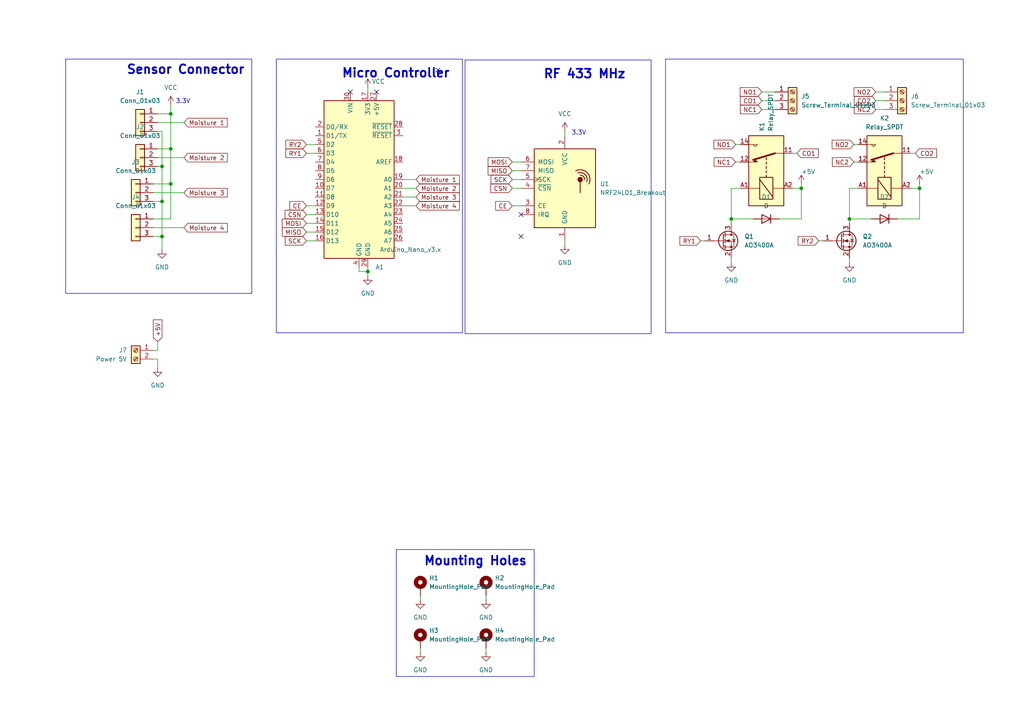
<source format=kicad_sch>
(kicad_sch (version 20231120) (generator "eeschema") (generator_version "8.0")
  (paper "A4")
  (lib_symbols
    (symbol "Connector:Screw_Terminal_01x02" (pin_names (offset 1.016) hide)
      (property "Reference" "J" (at 0 2.54 0))
      (property "Value" "Screw_Terminal_01x02" (at 0 -5.08 0))
      (symbol "Screw_Terminal_01x02_1_1"
        (rectangle (start -1.27 1.27) (end 1.27 -3.81) (stroke (width 0.254)) (fill (type background)))
        (circle (center 0 -2.54) (radius 0.635) (stroke (width 0.1524)))
        (polyline (pts (xy -0.5334 -2.2098) (xy 0.3302 -3.048)) (stroke (width 0.1524)))
        (polyline (pts (xy -0.5334 0.3302) (xy 0.3302 -0.508)) (stroke (width 0.1524)))
        (polyline (pts (xy -0.3556 -2.032) (xy 0.508 -2.8702)) (stroke (width 0.1524)))
        (polyline (pts (xy -0.3556 0.508) (xy 0.508 -0.3302)) (stroke (width 0.1524)))
        (circle (center 0 0) (radius 0.635) (stroke (width 0.1524)))
        (pin passive line (at -5.08 0 0) (length 3.81) (name "Pin_1") (number "1"))
        (pin passive line (at -5.08 -2.54 0) (length 3.81) (name "Pin_2") (number "2"))
      )
    )
    (symbol "Connector:Screw_Terminal_01x03" (pin_names (offset 1.016) hide)
      (property "Reference" "J" (at 0 5.08 0))
      (property "Value" "Screw_Terminal_01x03" (at 0 -5.08 0))
      (symbol "Screw_Terminal_01x03_1_1"
        (rectangle (start -1.27 3.81) (end 1.27 -3.81) (stroke (width 0.254)) (fill (type background)))
        (circle (center 0 -2.54) (radius 0.635) (stroke (width 0.1524)))
        (polyline (pts (xy -0.5334 -2.2098) (xy 0.3302 -3.048)) (stroke (width 0.1524)))
        (polyline (pts (xy -0.5334 0.3302) (xy 0.3302 -0.508)) (stroke (width 0.1524)))
        (polyline (pts (xy -0.5334 2.8702) (xy 0.3302 2.032)) (stroke (width 0.1524)))
        (polyline (pts (xy -0.3556 -2.032) (xy 0.508 -2.8702)) (stroke (width 0.1524)))
        (polyline (pts (xy -0.3556 0.508) (xy 0.508 -0.3302)) (stroke (width 0.1524)))
        (polyline (pts (xy -0.3556 3.048) (xy 0.508 2.2098)) (stroke (width 0.1524)))
        (circle (center 0 0) (radius 0.635) (stroke (width 0.1524)))
        (circle (center 0 2.54) (radius 0.635) (stroke (width 0.1524)))
        (pin passive line (at -5.08 2.54 0) (length 3.81) (name "Pin_1") (number "1"))
        (pin passive line (at -5.08 0 0) (length 3.81) (name "Pin_2") (number "2"))
        (pin passive line (at -5.08 -2.54 0) (length 3.81) (name "Pin_3") (number "3"))
      )
    )
    (symbol "Connector_Generic:Conn_01x03" (pin_names (offset 1.016) hide)
      (property "Reference" "J" (at 0 5.08 0))
      (property "Value" "Conn_01x03" (at 0 -5.08 0))
      (symbol "Conn_01x03_1_1"
        (rectangle (start -1.27 -2.413) (end 0 -2.667) (stroke (width 0.1524)))
        (rectangle (start -1.27 0.127) (end 0 -0.127) (stroke (width 0.1524)))
        (rectangle (start -1.27 2.667) (end 0 2.413) (stroke (width 0.1524)))
        (rectangle (start -1.27 3.81) (end 1.27 -3.81) (stroke (width 0.254)) (fill (type background)))
        (pin passive line (at -5.08 2.54 0) (length 3.81) (name "Pin_1") (number "1"))
        (pin passive line (at -5.08 0 0) (length 3.81) (name "Pin_2") (number "2"))
        (pin passive line (at -5.08 -2.54 0) (length 3.81) (name "Pin_3") (number "3"))
      )
    )
    (symbol "Device:D" (pin_numbers hide) (pin_names (offset 1.016) hide)
      (property "Reference" "D" (at 0 2.54 0))
      (property "Value" "D" (at 0 -2.54 0))
      (symbol "D_0_1"
        (polyline (pts (xy -1.27 1.27) (xy -1.27 -1.27)) (stroke (width 0.254)))
        (polyline (pts (xy 1.27 0) (xy -1.27 0)))
        (polyline (pts (xy 1.27 1.27) (xy 1.27 -1.27) (xy -1.27 0) (xy 1.27 1.27)) (stroke (width 0.254)))
      )
      (symbol "D_1_1"
        (pin passive line (at -3.81 0 0) (length 2.54) (name "K") (number "1"))
        (pin passive line (at 3.81 0 180) (length 2.54) (name "A") (number "2"))
      )
    )
    (symbol "MCU_Module:Arduino_Nano_v3.x"
      (property "Reference" "A" (at -10.16 23.495 0))
      (property "Value" "Arduino_Nano_v3.x" (at 5.08 -24.13 0))
      (symbol "Arduino_Nano_v3.x_0_1"
        (rectangle (start -10.16 22.86) (end 10.16 -22.86) (stroke (width 0.254)) (fill (type background)))
      )
      (symbol "Arduino_Nano_v3.x_1_1"
        (pin bidirectional line (at -12.7 12.7 0) (length 2.54) (name "D1/TX") (number "1"))
        (pin bidirectional line (at -12.7 -2.54 0) (length 2.54) (name "D7") (number "10"))
        (pin bidirectional line (at -12.7 -5.08 0) (length 2.54) (name "D8") (number "11"))
        (pin bidirectional line (at -12.7 -7.62 0) (length 2.54) (name "D9") (number "12"))
        (pin bidirectional line (at -12.7 -10.16 0) (length 2.54) (name "D10") (number "13"))
        (pin bidirectional line (at -12.7 -12.7 0) (length 2.54) (name "D11") (number "14"))
        (pin bidirectional line (at -12.7 -15.24 0) (length 2.54) (name "D12") (number "15"))
        (pin bidirectional line (at -12.7 -17.78 0) (length 2.54) (name "D13") (number "16"))
        (pin power_out line (at 2.54 25.4 270) (length 2.54) (name "3V3") (number "17"))
        (pin input line (at 12.7 5.08 180) (length 2.54) (name "AREF") (number "18"))
        (pin bidirectional line (at 12.7 0 180) (length 2.54) (name "A0") (number "19"))
        (pin bidirectional line (at -12.7 15.24 0) (length 2.54) (name "D0/RX") (number "2"))
        (pin bidirectional line (at 12.7 -2.54 180) (length 2.54) (name "A1") (number "20"))
        (pin bidirectional line (at 12.7 -5.08 180) (length 2.54) (name "A2") (number "21"))
        (pin bidirectional line (at 12.7 -7.62 180) (length 2.54) (name "A3") (number "22"))
        (pin bidirectional line (at 12.7 -10.16 180) (length 2.54) (name "A4") (number "23"))
        (pin bidirectional line (at 12.7 -12.7 180) (length 2.54) (name "A5") (number "24"))
        (pin bidirectional line (at 12.7 -15.24 180) (length 2.54) (name "A6") (number "25"))
        (pin bidirectional line (at 12.7 -17.78 180) (length 2.54) (name "A7") (number "26"))
        (pin power_out line (at 5.08 25.4 270) (length 2.54) (name "+5V") (number "27"))
        (pin input line (at 12.7 15.24 180) (length 2.54) (name "~{RESET}") (number "28"))
        (pin power_in line (at 2.54 -25.4 90) (length 2.54) (name "GND") (number "29"))
        (pin input line (at 12.7 12.7 180) (length 2.54) (name "~{RESET}") (number "3"))
        (pin power_in line (at -2.54 25.4 270) (length 2.54) (name "VIN") (number "30"))
        (pin power_in line (at 0 -25.4 90) (length 2.54) (name "GND") (number "4"))
        (pin bidirectional line (at -12.7 10.16 0) (length 2.54) (name "D2") (number "5"))
        (pin bidirectional line (at -12.7 7.62 0) (length 2.54) (name "D3") (number "6"))
        (pin bidirectional line (at -12.7 5.08 0) (length 2.54) (name "D4") (number "7"))
        (pin bidirectional line (at -12.7 2.54 0) (length 2.54) (name "D5") (number "8"))
        (pin bidirectional line (at -12.7 0 0) (length 2.54) (name "D6") (number "9"))
      )
    )
    (symbol "Mechanical:MountingHole_Pad" (pin_numbers hide) (pin_names (offset 1.016) hide) (exclude_from_sim yes) (in_bom no)
      (property "Reference" "H" (at 0 6.35 0))
      (property "Value" "MountingHole_Pad" (at 0 4.445 0))
      (symbol "MountingHole_Pad_0_1"
        (circle (center 0 1.27) (radius 1.27) (stroke (width 1.27)))
      )
      (symbol "MountingHole_Pad_1_1"
        (pin input line (at 0 -2.54 90) (length 2.54) (name "1") (number "1"))
      )
    )
    (symbol "RF:NRF24L01_Breakout" (pin_names (offset 1.016))
      (property "Reference" "U" (at -8.89 12.7 0))
      (property "Value" "NRF24L01_Breakout" (at 3.81 12.7 0))
      (symbol "NRF24L01_Breakout_0_1"
        (rectangle (start -8.89 11.43) (end 8.89 -11.43) (stroke (width 0.254)) (fill (type background)))
        (polyline (pts (xy 4.445 1.905) (xy 4.445 -1.27)) (stroke (width 0.254)))
        (circle (center 4.445 2.54) (radius 0.635) (stroke (width 0.254)) (fill (type outline)))
        (arc (start 5.715 2.54) (mid 5.3521 3.4546) (end 4.445 3.81) (stroke (width 0.254)))
        (arc (start 6.35 1.905) (mid 5.8763 3.9854) (end 3.81 4.445) (stroke (width 0.254)))
        (arc (start 6.985 1.27) (mid 6.453 4.548) (end 3.175 5.08) (stroke (width 0.254)))
      )
      (symbol "NRF24L01_Breakout_1_1"
        (pin power_in line (at 0 -15.24 90) (length 3.81) (name "GND") (number "1"))
        (pin power_in line (at 0 15.24 270) (length 3.81) (name "VCC") (number "2"))
        (pin input line (at -12.7 -5.08 0) (length 3.81) (name "CE") (number "3"))
        (pin input line (at -12.7 0 0) (length 3.81) (name "~{CSN}") (number "4"))
        (pin input clock (at -12.7 2.54 0) (length 3.81) (name "SCK") (number "5"))
        (pin input line (at -12.7 7.62 0) (length 3.81) (name "MOSI") (number "6"))
        (pin output line (at -12.7 5.08 0) (length 3.81) (name "MISO") (number "7"))
        (pin output line (at -12.7 -7.62 0) (length 3.81) (name "IRQ") (number "8"))
      )
    )
    (symbol "Relay:Relay_SPDT"
      (property "Reference" "K" (at 11.43 3.81 0))
      (property "Value" "Relay_SPDT" (at 11.43 1.27 0))
      (symbol "Relay_SPDT_0_0"
        (polyline (pts (xy 7.62 5.08) (xy 7.62 2.54) (xy 6.985 3.175) (xy 7.62 3.81)))
      )
      (symbol "Relay_SPDT_0_1"
        (rectangle (start -10.16 5.08) (end 10.16 -5.08) (stroke (width 0.254)) (fill (type background)))
        (rectangle (start -8.255 1.905) (end -1.905 -1.905) (stroke (width 0.254)))
        (polyline (pts (xy -7.62 -1.905) (xy -2.54 1.905)) (stroke (width 0.254)))
        (polyline (pts (xy -5.08 -5.08) (xy -5.08 -1.905)))
        (polyline (pts (xy -5.08 5.08) (xy -5.08 1.905)))
        (polyline (pts (xy -1.905 0) (xy -1.27 0)) (stroke (width 0.254)))
        (polyline (pts (xy -0.635 0) (xy 0 0)) (stroke (width 0.254)))
        (polyline (pts (xy 0.635 0) (xy 1.27 0)) (stroke (width 0.254)))
        (polyline (pts (xy 1.905 0) (xy 2.54 0)) (stroke (width 0.254)))
        (polyline (pts (xy 3.175 0) (xy 3.81 0)) (stroke (width 0.254)))
        (polyline (pts (xy 5.08 -2.54) (xy 3.175 3.81)) (stroke (width 0.508)))
        (polyline (pts (xy 5.08 -2.54) (xy 5.08 -5.08)))
        (polyline (pts (xy 2.54 5.08) (xy 2.54 2.54) (xy 3.175 3.175) (xy 2.54 3.81)) (fill (type outline)))
      )
      (symbol "Relay_SPDT_1_1"
        (pin passive line (at 5.08 -7.62 90) (length 2.54) (name "~") (number "11"))
        (pin passive line (at 2.54 7.62 270) (length 2.54) (name "~") (number "12"))
        (pin passive line (at 7.62 7.62 270) (length 2.54) (name "~") (number "14"))
        (pin passive line (at -5.08 7.62 270) (length 2.54) (name "~") (number "A1"))
        (pin passive line (at -5.08 -7.62 90) (length 2.54) (name "~") (number "A2"))
      )
    )
    (symbol "Transistor_FET:AO3400A" (pin_names hide)
      (property "Reference" "Q" (at 5.08 1.905 0))
      (property "Value" "AO3400A" (at 5.08 0 0))
      (symbol "AO3400A_0_1"
        (polyline (pts (xy 0.254 0) (xy -2.54 0)))
        (polyline (pts (xy 0.254 1.905) (xy 0.254 -1.905)) (stroke (width 0.254)))
        (polyline (pts (xy 0.762 -1.27) (xy 0.762 -2.286)) (stroke (width 0.254)))
        (polyline (pts (xy 0.762 0.508) (xy 0.762 -0.508)) (stroke (width 0.254)))
        (polyline (pts (xy 0.762 2.286) (xy 0.762 1.27)) (stroke (width 0.254)))
        (polyline (pts (xy 2.54 2.54) (xy 2.54 1.778)))
        (polyline (pts (xy 2.54 -2.54) (xy 2.54 0) (xy 0.762 0)))
        (polyline (pts (xy 0.762 -1.778) (xy 3.302 -1.778) (xy 3.302 1.778) (xy 0.762 1.778)))
        (polyline (pts (xy 1.016 0) (xy 2.032 0.381) (xy 2.032 -0.381) (xy 1.016 0)) (fill (type outline)))
        (polyline (pts (xy 2.794 0.508) (xy 2.921 0.381) (xy 3.683 0.381) (xy 3.81 0.254)))
        (polyline (pts (xy 3.302 0.381) (xy 2.921 -0.254) (xy 3.683 -0.254) (xy 3.302 0.381)))
        (circle (center 1.651 0) (radius 2.794) (stroke (width 0.254)))
        (circle (center 2.54 -1.778) (radius 0.254) (fill (type outline)))
        (circle (center 2.54 1.778) (radius 0.254) (fill (type outline)))
      )
      (symbol "AO3400A_1_1"
        (pin input line (at -5.08 0 0) (length 2.54) (name "G") (number "1"))
        (pin passive line (at 2.54 -5.08 90) (length 2.54) (name "S") (number "2"))
        (pin passive line (at 2.54 5.08 270) (length 2.54) (name "D") (number "3"))
      )
    )
    (symbol "power:+5V" (power) (pin_numbers hide) (pin_names (offset 0) hide)
      (property "Value" "+5V" (at 0 3.556 0))
      (symbol "+5V_0_1"
        (polyline (pts (xy -0.762 1.27) (xy 0 2.54)))
        (polyline (pts (xy 0 0) (xy 0 2.54)))
        (polyline (pts (xy 0 2.54) (xy 0.762 1.27)))
      )
      (symbol "+5V_1_1"
        (pin power_in line (at 0 0 90) (length 0) (name "~") (number "1"))
      )
    )
    (symbol "power:GND" (power) (pin_numbers hide) (pin_names (offset 0) hide)
      (property "Value" "GND" (at 0 -3.81 0))
      (symbol "GND_0_1"
        (polyline (pts (xy 0 0) (xy 0 -1.27) (xy 1.27 -1.27) (xy 0 -2.54) (xy -1.27 -1.27) (xy 0 -1.27)))
      )
      (symbol "GND_1_1"
        (pin power_in line (at 0 0 270) (length 0) (name "~") (number "1"))
      )
    )
    (symbol "power:VCC" (power) (pin_numbers hide) (pin_names (offset 0) hide)
      (property "Value" "VCC" (at 0 3.556 0))
      (symbol "VCC_0_1"
        (polyline (pts (xy -0.762 1.27) (xy 0 2.54)))
        (polyline (pts (xy 0 0) (xy 0 2.54)))
        (polyline (pts (xy 0 2.54) (xy 0.762 1.27)))
      )
      (symbol "VCC_1_1"
        (pin power_in line (at 0 0 90) (length 0) (name "~") (number "1"))
      )
    )
  )
  (junction (at 46.99 58.42))
  (junction (at 212.09 63.5))
  (junction (at 46.99 68.58))
  (junction (at 232.41 54.61))
  (junction (at 49.53 53.34))
  (junction (at 246.38 63.5))
  (junction (at 106.68 78.74))
  (junction (at 49.53 43.18))
  (junction (at 266.7 54.61))
  (junction (at 46.99 48.26))
  (junction (at 49.53 33.02))
  (no_connect (at 109.22 26.67))
  (no_connect (at 151.13 62.23))
  (no_connect (at 101.6 26.67))
  (no_connect (at 151.13 68.58))
  (no_connect (at 127 20.32))
  (wire (pts (xy 44.45 68.58) (xy 46.99 68.58)))
  (wire (pts (xy 254 26.67) (xy 256.54 26.67)))
  (wire (pts (xy 212.09 54.61) (xy 214.63 54.61)))
  (wire (pts (xy 46.99 68.58) (xy 46.99 72.39)))
  (wire (pts (xy 104.14 77.47) (xy 104.14 78.74)))
  (wire (pts (xy 212.09 54.61) (xy 212.09 63.5)))
  (wire (pts (xy 120.65 54.61) (xy 116.84 54.61)))
  (wire (pts (xy 120.65 57.15) (xy 116.84 57.15)))
  (wire (pts (xy 212.09 74.93) (xy 212.09 76.2)))
  (wire (pts (xy 121.92 173.99) (xy 121.92 172.72)))
  (wire (pts (xy 44.45 63.5) (xy 49.53 63.5)))
  (wire (pts (xy 45.72 33.02) (xy 49.53 33.02)))
  (wire (pts (xy 140.97 173.99) (xy 140.97 172.72)))
  (wire (pts (xy 88.9 67.31) (xy 91.44 67.31)))
  (wire (pts (xy 246.38 54.61) (xy 246.38 63.5)))
  (wire (pts (xy 45.72 48.26) (xy 46.99 48.26)))
  (wire (pts (xy 220.98 31.75) (xy 224.79 31.75)))
  (wire (pts (xy 44.45 66.04) (xy 53.34 66.04)))
  (wire (pts (xy 220.98 26.67) (xy 224.79 26.67)))
  (wire (pts (xy 49.53 53.34) (xy 49.53 43.18)))
  (wire (pts (xy 266.7 54.61) (xy 264.16 54.61)))
  (wire (pts (xy 46.99 58.42) (xy 46.99 68.58)))
  (wire (pts (xy 49.53 63.5) (xy 49.53 53.34)))
  (wire (pts (xy 46.99 38.1) (xy 46.99 48.26)))
  (wire (pts (xy 44.45 101.6) (xy 45.72 101.6)))
  (wire (pts (xy 248.92 54.61) (xy 246.38 54.61)))
  (wire (pts (xy 232.41 63.5) (xy 232.41 54.61)))
  (wire (pts (xy 120.65 59.69) (xy 116.84 59.69)))
  (wire (pts (xy 232.41 53.34) (xy 232.41 54.61)))
  (wire (pts (xy 148.59 54.61) (xy 151.13 54.61)))
  (wire (pts (xy 49.53 43.18) (xy 49.53 33.02)))
  (wire (pts (xy 88.9 64.77) (xy 91.44 64.77)))
  (wire (pts (xy 247.65 41.91) (xy 248.92 41.91)))
  (wire (pts (xy 88.9 44.45) (xy 91.44 44.45)))
  (wire (pts (xy 246.38 63.5) (xy 252.73 63.5)))
  (wire (pts (xy 212.09 63.5) (xy 218.44 63.5)))
  (wire (pts (xy 104.14 78.74) (xy 106.68 78.74)))
  (wire (pts (xy 213.36 41.91) (xy 214.63 41.91)))
  (wire (pts (xy 45.72 104.14) (xy 45.72 106.68)))
  (wire (pts (xy 45.72 43.18) (xy 49.53 43.18)))
  (wire (pts (xy 148.59 46.99) (xy 151.13 46.99)))
  (wire (pts (xy 148.59 59.69) (xy 151.13 59.69)))
  (wire (pts (xy 45.72 35.56) (xy 53.34 35.56)))
  (wire (pts (xy 44.45 104.14) (xy 45.72 104.14)))
  (wire (pts (xy 49.53 33.02) (xy 49.53 30.48)))
  (wire (pts (xy 148.59 49.53) (xy 151.13 49.53)))
  (wire (pts (xy 220.98 29.21) (xy 224.79 29.21)))
  (wire (pts (xy 246.38 74.93) (xy 246.38 76.2)))
  (wire (pts (xy 260.35 63.5) (xy 266.7 63.5)))
  (wire (pts (xy 254 29.21) (xy 256.54 29.21)))
  (wire (pts (xy 212.09 63.5) (xy 212.09 64.77)))
  (wire (pts (xy 120.65 52.07) (xy 116.84 52.07)))
  (wire (pts (xy 246.38 63.5) (xy 246.38 64.77)))
  (wire (pts (xy 44.45 55.88) (xy 53.34 55.88)))
  (wire (pts (xy 106.68 77.47) (xy 106.68 78.74)))
  (wire (pts (xy 266.7 53.34) (xy 266.7 54.61)))
  (wire (pts (xy 247.65 46.99) (xy 248.92 46.99)))
  (wire (pts (xy 45.72 38.1) (xy 46.99 38.1)))
  (wire (pts (xy 163.83 69.85) (xy 163.83 71.12)))
  (wire (pts (xy 266.7 63.5) (xy 266.7 54.61)))
  (wire (pts (xy 226.06 63.5) (xy 232.41 63.5)))
  (wire (pts (xy 45.72 45.72) (xy 53.34 45.72)))
  (wire (pts (xy 46.99 48.26) (xy 46.99 58.42)))
  (wire (pts (xy 203.2 69.85) (xy 204.47 69.85)))
  (wire (pts (xy 88.9 41.91) (xy 91.44 41.91)))
  (wire (pts (xy 44.45 53.34) (xy 49.53 53.34)))
  (wire (pts (xy 163.83 38.1) (xy 163.83 39.37)))
  (wire (pts (xy 237.49 69.85) (xy 238.76 69.85)))
  (wire (pts (xy 231.14 44.45) (xy 229.87 44.45)))
  (wire (pts (xy 213.36 46.99) (xy 214.63 46.99)))
  (wire (pts (xy 148.59 52.07) (xy 151.13 52.07)))
  (wire (pts (xy 44.45 58.42) (xy 46.99 58.42)))
  (wire (pts (xy 254 31.75) (xy 256.54 31.75)))
  (wire (pts (xy 88.9 59.69) (xy 91.44 59.69)))
  (wire (pts (xy 140.97 189.23) (xy 140.97 187.96)))
  (wire (pts (xy 232.41 54.61) (xy 229.87 54.61)))
  (wire (pts (xy 121.92 189.23) (xy 121.92 187.96)))
  (wire (pts (xy 45.72 99.06) (xy 45.72 101.6)))
  (wire (pts (xy 106.68 25.4) (xy 106.68 26.67)))
  (wire (pts (xy 88.9 69.85) (xy 91.44 69.85)))
  (wire (pts (xy 265.43 44.45) (xy 264.16 44.45)))
  (wire (pts (xy 106.68 78.74) (xy 106.68 80.01)))
  (wire (pts (xy 88.9 62.23) (xy 91.44 62.23)))
  (rectangle (start 19.05 17.145) (end 73.025 85.09))
  (rectangle (start 134.874 17.399) (end 188.849 96.774))
  (rectangle (start 114.935 159.385) (end 154.94 196.215))
  (rectangle (start 193.04 17.145) (end 279.4 96.52))
  (rectangle (start 80.137 17.145) (end 134.112 96.52))
  (text "Sensor Connector" (at 53.848 20.32 0) (effects (font (size 2.54 2.54) (bold yes))))
  (text "RF 433 MHz" (at 169.545 21.59 0) (effects (font (size 2.54 2.54) (bold yes))))
  (text "Mounting Holes" (at 137.922 162.814 0) (effects (font (size 2.54 2.54) (bold yes))))
  (text "Micro Controller" (at 114.808 21.336 0) (effects (font (size 2.54 2.54) (bold yes))))
  (text "3.3V" (at 53.086 29.464 0) (effects (font (size 1.27 1.27))))
  (text "3.3V" (at 167.894 38.608 0) (effects (font (size 1.27 1.27))))
  (global_label "CO2" (shape input) (at 254 29.21 180) (property "Intersheetrefs" "${INTERSHEET_REFS}" (effects (hide yes))))
  (global_label "CSN" (shape input) (at 88.9 62.23 180) (property "Intersheetrefs" "${INTERSHEET_REFS}" (effects (hide yes))))
  (global_label "RY1" (shape input) (at 88.9 44.45 180) (property "Intersheetrefs" "${INTERSHEET_REFS}" (effects (hide yes))))
  (global_label "NO1" (shape input) (at 213.36 41.91 180) (property "Intersheetrefs" "${INTERSHEET_REFS}" (effects (hide yes))))
  (global_label "Moisture 2" (shape input) (at 53.34 45.72 0) (property "Intersheetrefs" "${INTERSHEET_REFS}" (effects (hide yes))))
  (global_label "RY1" (shape input) (at 203.2 69.85 180) (property "Intersheetrefs" "${INTERSHEET_REFS}" (effects (hide yes))))
  (global_label "MOSI" (shape input) (at 88.9 64.77 180) (property "Intersheetrefs" "${INTERSHEET_REFS}" (effects (hide yes))))
  (global_label "Moisture 3" (shape input) (at 120.65 57.15 0) (property "Intersheetrefs" "${INTERSHEET_REFS}" (effects (hide yes))))
  (global_label "MOSI" (shape input) (at 148.59 46.99 180) (property "Intersheetrefs" "${INTERSHEET_REFS}" (effects (hide yes))))
  (global_label "NC2" (shape input) (at 247.65 46.99 180) (property "Intersheetrefs" "${INTERSHEET_REFS}" (effects (hide yes))))
  (global_label "Moisture 1" (shape input) (at 53.34 35.56 0) (property "Intersheetrefs" "${INTERSHEET_REFS}" (effects (hide yes))))
  (global_label "NO2" (shape input) (at 247.65 41.91 180) (property "Intersheetrefs" "${INTERSHEET_REFS}" (effects (hide yes))))
  (global_label "NC1" (shape input) (at 213.36 46.99 180) (property "Intersheetrefs" "${INTERSHEET_REFS}" (effects (hide yes))))
  (global_label "NO2" (shape input) (at 254 26.67 180) (property "Intersheetrefs" "${INTERSHEET_REFS}" (effects (hide yes))))
  (global_label "Moisture 4" (shape input) (at 53.34 66.04 0) (property "Intersheetrefs" "${INTERSHEET_REFS}" (effects (hide yes))))
  (global_label "RY2" (shape input) (at 88.9 41.91 180) (property "Intersheetrefs" "${INTERSHEET_REFS}" (effects (hide yes))))
  (global_label "NC1" (shape input) (at 220.98 31.75 180) (property "Intersheetrefs" "${INTERSHEET_REFS}" (effects (hide yes))))
  (global_label "Moisture 1" (shape input) (at 120.65 52.07 0) (property "Intersheetrefs" "${INTERSHEET_REFS}" (effects (hide yes))))
  (global_label "NC2" (shape input) (at 254 31.75 180) (property "Intersheetrefs" "${INTERSHEET_REFS}" (effects (hide yes))))
  (global_label "Moisture 3" (shape input) (at 53.34 55.88 0) (property "Intersheetrefs" "${INTERSHEET_REFS}" (effects (hide yes))))
  (global_label "NO1" (shape input) (at 220.98 26.67 180) (property "Intersheetrefs" "${INTERSHEET_REFS}" (effects (hide yes))))
  (global_label "CE" (shape input) (at 88.9 59.69 180) (property "Intersheetrefs" "${INTERSHEET_REFS}" (effects (hide yes))))
  (global_label "CO1" (shape input) (at 220.98 29.21 180) (property "Intersheetrefs" "${INTERSHEET_REFS}" (effects (hide yes))))
  (global_label "CSN" (shape input) (at 148.59 54.61 180) (property "Intersheetrefs" "${INTERSHEET_REFS}" (effects (hide yes))))
  (global_label "CO2" (shape input) (at 265.43 44.45 0) (property "Intersheetrefs" "${INTERSHEET_REFS}" (effects (hide yes))))
  (global_label "Moisture 4" (shape input) (at 120.65 59.69 0) (property "Intersheetrefs" "${INTERSHEET_REFS}" (effects (hide yes))))
  (global_label "CO1" (shape input) (at 231.14 44.45 0) (property "Intersheetrefs" "${INTERSHEET_REFS}" (effects (hide yes))))
  (global_label "MISO" (shape input) (at 148.59 49.53 180) (property "Intersheetrefs" "${INTERSHEET_REFS}" (effects (hide yes))))
  (global_label "Moisture 2" (shape input) (at 120.65 54.61 0) (property "Intersheetrefs" "${INTERSHEET_REFS}" (effects (hide yes))))
  (global_label "SCK" (shape input) (at 148.59 52.07 180) (property "Intersheetrefs" "${INTERSHEET_REFS}" (effects (hide yes))))
  (global_label "MISO" (shape input) (at 88.9 67.31 180) (property "Intersheetrefs" "${INTERSHEET_REFS}" (effects (hide yes))))
  (global_label "+5V" (shape input) (at 45.72 99.06 90) (property "Intersheetrefs" "${INTERSHEET_REFS}" (effects (hide yes))))
  (global_label "SCK" (shape input) (at 88.9 69.85 180) (property "Intersheetrefs" "${INTERSHEET_REFS}" (effects (hide yes))))
  (global_label "CE" (shape input) (at 148.59 59.69 180) (property "Intersheetrefs" "${INTERSHEET_REFS}" (effects (hide yes))))
  (global_label "RY2" (shape input) (at 237.49 69.85 180) (property "Intersheetrefs" "${INTERSHEET_REFS}" (effects (hide yes))))
  (symbol (lib_id "power:VCC") (at 49.53 30.48 0) (unit 1)
    (property "Reference" "#PWR01" (effects (hide yes)))
    (property "Value" "VCC" (at 49.53 25.4 0))
    (property "Description" "Power symbol creates a global label with name \"VCC\"" (effects (hide yes)))
  )
  (symbol (lib_id "RF:NRF24L01_Breakout") (at 163.83 54.61 0) (unit 1)
    (property "Reference" "U1" (at 173.99 53.3399 0) (effects (justify left)))
    (property "Value" "NRF24L01_Breakout" (at 173.99 55.8799 0) (effects (justify left)))
    (property "Footprint" "RF_Module:nRF24L01_Breakout" (effects (hide yes)))
    (property "Datasheet" "http://www.nordicsemi.com/eng/content/download/2730/34105/file/nRF24L01_Product_Specification_v2_0.pdf" (effects (hide yes)))
    (property "Description" "Ultra low power 2.4GHz RF Transceiver, Carrier PCB" (effects (hide yes)))
  )
  (symbol (lib_id "power:GND") (at 121.92 173.99 0) (unit 1)
    (property "Reference" "#PWR04" (effects (hide yes)))
    (property "Value" "GND" (at 121.92 179.07 0))
    (property "Description" "Power symbol creates a global label with name \"GND\" , ground" (effects (hide yes)))
  )
  (symbol (lib_id "Connector:Screw_Terminal_01x02") (at 39.37 101.6 0) (mirror y) (unit 1)
    (property "Reference" "J7" (at 36.83 101.5999 0) (effects (justify left)))
    (property "Value" "Power 5V" (at 36.83 104.1399 0) (effects (justify left)))
    (property "Footprint" "TerminalBlock:TerminalBlock_Xinya_XY308-2.54-2P_1x02_P2.54mm_Horizontal" (effects (hide yes)))
    (property "Description" "Generic screw terminal, single row, 01x02, script generated (kicad-library-utils/schlib/autogen/connector/)" (effects (hide yes)))
  )
  (symbol (lib_id "power:GND") (at 121.92 189.23 0) (unit 1)
    (property "Reference" "#PWR06" (effects (hide yes)))
    (property "Value" "GND" (at 121.92 194.31 0))
    (property "Description" "Power symbol creates a global label with name \"GND\" , ground" (effects (hide yes)))
  )
  (symbol (lib_id "Mechanical:MountingHole_Pad") (at 121.92 170.18 0) (unit 1) (exclude_from_sim yes) (in_bom no)
    (property "Reference" "H1" (at 124.46 167.6399 0) (effects (justify left)))
    (property "Value" "MountingHole_Pad" (at 124.46 170.1799 0) (effects (justify left)))
    (property "Footprint" "MountingHole:MountingHole_3.2mm_M3_Pad_Via" (effects (hide yes)))
    (property "Description" "Mounting Hole with connection" (effects (hide yes)))
  )
  (symbol (lib_id "Transistor_FET:AO3400A") (at 209.55 69.85 0) (unit 1)
    (property "Reference" "Q1" (at 215.9 68.5799 0) (effects (justify left)))
    (property "Value" "AO3400A" (at 215.9 71.1199 0) (effects (justify left)))
    (property "Footprint" "Package_TO_SOT_SMD:SOT-23" (effects (hide yes)))
    (property "Datasheet" "http://www.aosmd.com/pdfs/datasheet/AO3400A.pdf" (effects (hide yes)))
    (property "Description" "30V Vds, 5.7A Id, N-Channel MOSFET, SOT-23" (effects (hide yes)))
  )
  (symbol (lib_id "power:GND") (at 140.97 173.99 0) (unit 1)
    (property "Reference" "#PWR03" (effects (hide yes)))
    (property "Value" "GND" (at 140.97 179.07 0))
    (property "Description" "Power symbol creates a global label with name \"GND\" , ground" (effects (hide yes)))
  )
  (symbol (lib_id "Mechanical:MountingHole_Pad") (at 121.92 185.42 0) (unit 1) (exclude_from_sim yes) (in_bom no)
    (property "Reference" "H3" (at 124.46 182.8799 0) (effects (justify left)))
    (property "Value" "MountingHole_Pad" (at 124.46 185.4199 0) (effects (justify left)))
    (property "Footprint" "MountingHole:MountingHole_3.2mm_M3_Pad_Via" (effects (hide yes)))
    (property "Description" "Mounting Hole with connection" (effects (hide yes)))
  )
  (symbol (lib_id "power:GND") (at 106.68 80.01 0) (unit 1)
    (property "Reference" "#PWR08" (effects (hide yes)))
    (property "Value" "GND" (at 106.68 85.09 0))
    (property "Description" "Power symbol creates a global label with name \"GND\" , ground" (effects (hide yes)))
  )
  (symbol (lib_id "Mechanical:MountingHole_Pad") (at 140.97 170.18 0) (unit 1) (exclude_from_sim yes) (in_bom no)
    (property "Reference" "H2" (at 143.51 167.6399 0) (effects (justify left)))
    (property "Value" "MountingHole_Pad" (at 143.51 170.1799 0) (effects (justify left)))
    (property "Footprint" "MountingHole:MountingHole_3.2mm_M3_Pad_Via" (effects (hide yes)))
    (property "Description" "Mounting Hole with connection" (effects (hide yes)))
  )
  (symbol (lib_id "power:GND") (at 212.09 76.2 0) (unit 1)
    (property "Reference" "#PWR010" (effects (hide yes)))
    (property "Value" "GND" (at 212.09 81.28 0))
    (property "Description" "Power symbol creates a global label with name \"GND\" , ground" (effects (hide yes)))
  )
  (symbol (lib_id "power:GND") (at 45.72 106.68 0) (unit 1)
    (property "Reference" "#PWR015" (effects (hide yes)))
    (property "Value" "GND" (at 45.72 111.76 0))
    (property "Description" "Power symbol creates a global label with name \"GND\" , ground" (effects (hide yes)))
  )
  (symbol (lib_id "Relay:Relay_SPDT") (at 222.25 49.53 90) (unit 1)
    (property "Reference" "K1" (at 220.9799 38.1 0) (effects (justify left)))
    (property "Value" "Relay_SPDT" (at 223.5199 38.1 0) (effects (justify left)))
    (property "Footprint" "Relay_THT:Relay_SPDT_Finder_36.11" (effects (hide yes)))
    (property "Description" "Monostable Relay SPDT, EN50005" (effects (hide yes)))
  )
  (symbol (lib_id "Transistor_FET:AO3400A") (at 243.84 69.85 0) (unit 1)
    (property "Reference" "Q2" (at 250.19 68.5799 0) (effects (justify left)))
    (property "Value" "AO3400A" (at 250.19 71.1199 0) (effects (justify left)))
    (property "Footprint" "Package_TO_SOT_SMD:SOT-23" (effects (hide yes)))
    (property "Datasheet" "http://www.aosmd.com/pdfs/datasheet/AO3400A.pdf" (effects (hide yes)))
    (property "Description" "30V Vds, 5.7A Id, N-Channel MOSFET, SOT-23" (effects (hide yes)))
  )
  (symbol (lib_id "power:+5V") (at 266.7 53.34 0) (unit 1)
    (property "Reference" "#PWR013" (effects (hide yes)))
    (property "Value" "+5V" (at 268.732 49.784 0))
    (property "Description" "Power symbol creates a global label with name \"+5V\"" (effects (hide yes)))
  )
  (symbol (lib_id "power:VCC") (at 106.68 25.4 0) (unit 1)
    (property "Reference" "#PWR012" (effects (hide yes)))
    (property "Value" "VCC" (at 109.728 23.622 0))
    (property "Description" "Power symbol creates a global label with name \"VCC\"" (effects (hide yes)))
  )
  (symbol (lib_id "Connector_Generic:Conn_01x03") (at 39.37 66.04 0) (mirror y) (unit 1)
    (property "Reference" "J4" (at 39.37 57.15 0))
    (property "Value" "Conn_01x03" (at 39.37 59.69 0))
    (property "Footprint" "Connector_JST:JST_PH_B3B-PH-K_1x03_P2.00mm_Vertical" (effects (hide yes)))
    (property "Description" "Generic connector, single row, 01x03, script generated (kicad-library-utils/schlib/autogen/connector/)" (effects (hide yes)))
  )
  (symbol (lib_id "power:+5V") (at 232.41 53.34 0) (unit 1)
    (property "Reference" "#PWR014" (effects (hide yes)))
    (property "Value" "+5V" (at 234.442 49.784 0))
    (property "Description" "Power symbol creates a global label with name \"+5V\"" (effects (hide yes)))
  )
  (symbol (lib_id "Connector:Screw_Terminal_01x03") (at 229.87 29.21 0) (unit 1)
    (property "Reference" "J5" (at 232.41 27.9399 0) (effects (justify left)))
    (property "Value" "Screw_Terminal_01x03" (at 232.41 30.4799 0) (effects (justify left)))
    (property "Footprint" "TerminalBlock:TerminalBlock_Xinya_XY308-2.54-3P_1x03_P2.54mm_Horizontal" (effects (hide yes)))
    (property "Description" "Generic screw terminal, single row, 01x03, script generated (kicad-library-utils/schlib/autogen/connector/)" (effects (hide yes)))
  )
  (symbol (lib_id "MCU_Module:Arduino_Nano_v3.x") (at 104.14 52.07 0) (unit 1)
    (property "Reference" "A1" (at 108.8741 77.47 0) (effects (justify left)))
    (property "Value" "Arduino_Nano_v3.x" (at 110.1441 72.39 0) (effects (justify left)))
    (property "Footprint" "Module:Arduino_Nano" (effects (hide yes)))
    (property "Datasheet" "http://www.mouser.com/pdfdocs/Gravitech_Arduino_Nano3_0.pdf" (effects (hide yes)))
    (property "Description" "Arduino Nano v3.x" (effects (hide yes)))
  )
  (symbol (lib_id "power:GND") (at 163.83 71.12 0) (unit 1)
    (property "Reference" "#PWR09" (effects (hide yes)))
    (property "Value" "GND" (at 163.83 76.2 0))
    (property "Description" "Power symbol creates a global label with name \"GND\" , ground" (effects (hide yes)))
  )
  (symbol (lib_id "Mechanical:MountingHole_Pad") (at 140.97 185.42 0) (unit 1) (exclude_from_sim yes) (in_bom no)
    (property "Reference" "H4" (at 143.51 182.8799 0) (effects (justify left)))
    (property "Value" "MountingHole_Pad" (at 143.51 185.4199 0) (effects (justify left)))
    (property "Footprint" "MountingHole:MountingHole_3.2mm_M3_Pad_Via" (effects (hide yes)))
    (property "Description" "Mounting Hole with connection" (effects (hide yes)))
  )
  (symbol (lib_id "Connector:Screw_Terminal_01x03") (at 261.62 29.21 0) (unit 1)
    (property "Reference" "J6" (at 264.16 27.9399 0) (effects (justify left)))
    (property "Value" "Screw_Terminal_01x03" (at 264.16 30.4799 0) (effects (justify left)))
    (property "Footprint" "TerminalBlock:TerminalBlock_Xinya_XY308-2.54-3P_1x03_P2.54mm_Horizontal" (effects (hide yes)))
    (property "Description" "Generic screw terminal, single row, 01x03, script generated (kicad-library-utils/schlib/autogen/connector/)" (effects (hide yes)))
  )
  (symbol (lib_id "Relay:Relay_SPDT") (at 256.54 49.53 90) (unit 1)
    (property "Reference" "K2" (at 256.54 34.29 90))
    (property "Value" "Relay_SPDT" (at 256.54 36.83 90))
    (property "Footprint" "Relay_THT:Relay_SPDT_Finder_36.11" (effects (hide yes)))
    (property "Description" "Monostable Relay SPDT, EN50005" (effects (hide yes)))
  )
  (symbol (lib_id "Connector_Generic:Conn_01x03") (at 40.64 45.72 0) (mirror y) (unit 1)
    (property "Reference" "J2" (at 40.64 36.83 0))
    (property "Value" "Conn_01x03" (at 40.64 39.37 0))
    (property "Footprint" "Connector_JST:JST_PH_B3B-PH-K_1x03_P2.00mm_Vertical" (effects (hide yes)))
    (property "Description" "Generic connector, single row, 01x03, script generated (kicad-library-utils/schlib/autogen/connector/)" (effects (hide yes)))
  )
  (symbol (lib_id "Connector_Generic:Conn_01x03") (at 40.64 35.56 0) (mirror y) (unit 1)
    (property "Reference" "J1" (at 40.64 26.67 0))
    (property "Value" "Conn_01x03" (at 40.64 29.21 0))
    (property "Footprint" "Connector_JST:JST_PH_B3B-PH-K_1x03_P2.00mm_Vertical" (effects (hide yes)))
    (property "Description" "Generic connector, single row, 01x03, script generated (kicad-library-utils/schlib/autogen/connector/)" (effects (hide yes)))
  )
  (symbol (lib_id "power:GND") (at 140.97 189.23 0) (unit 1)
    (property "Reference" "#PWR05" (effects (hide yes)))
    (property "Value" "GND" (at 140.97 194.31 0))
    (property "Description" "Power symbol creates a global label with name \"GND\" , ground" (effects (hide yes)))
  )
  (symbol (lib_id "power:VCC") (at 163.83 38.1 0) (unit 1)
    (property "Reference" "#PWR07" (effects (hide yes)))
    (property "Value" "VCC" (at 163.83 33.02 0))
    (property "Description" "Power symbol creates a global label with name \"VCC\"" (effects (hide yes)))
  )
  (symbol (lib_id "power:GND") (at 246.38 76.2 0) (unit 1)
    (property "Reference" "#PWR011" (effects (hide yes)))
    (property "Value" "GND" (at 246.38 81.28 0))
    (property "Description" "Power symbol creates a global label with name \"GND\" , ground" (effects (hide yes)))
  )
  (symbol (lib_id "Device:D") (at 222.25 63.5 180) (unit 1)
    (property "Reference" "D1" (at 222.25 57.15 0))
    (property "Value" "D" (at 222.25 59.69 0))
    (property "Footprint" "Diode_SMD:D_SMA" (effects (hide yes)))
    (property "Description" "Diode" (effects (hide yes)))
    (property "Sim.Device" "D" (effects (hide yes)))
    (property "Sim.Pins" "1=K 2=A" (effects (hide yes)))
  )
  (symbol (lib_id "Connector_Generic:Conn_01x03") (at 39.37 55.88 0) (mirror y) (unit 1)
    (property "Reference" "J3" (at 39.37 46.99 0))
    (property "Value" "Conn_01x03" (at 39.37 49.53 0))
    (property "Footprint" "Connector_JST:JST_PH_B3B-PH-K_1x03_P2.00mm_Vertical" (effects (hide yes)))
    (property "Description" "Generic connector, single row, 01x03, script generated (kicad-library-utils/schlib/autogen/connector/)" (effects (hide yes)))
  )
  (symbol (lib_id "power:GND") (at 46.99 72.39 0) (unit 1)
    (property "Reference" "#PWR02" (effects (hide yes)))
    (property "Value" "GND" (at 46.99 77.47 0))
    (property "Description" "Power symbol creates a global label with name \"GND\" , ground" (effects (hide yes)))
  )
  (symbol (lib_id "Device:D") (at 256.54 63.5 180) (unit 1)
    (property "Reference" "D2" (at 256.54 57.15 0))
    (property "Value" "D" (at 256.54 59.69 0))
    (property "Footprint" "Diode_SMD:D_SMA" (effects (hide yes)))
    (property "Description" "Diode" (effects (hide yes)))
    (property "Sim.Device" "D" (effects (hide yes)))
    (property "Sim.Pins" "1=K 2=A" (effects (hide yes)))
  )
)
</source>
